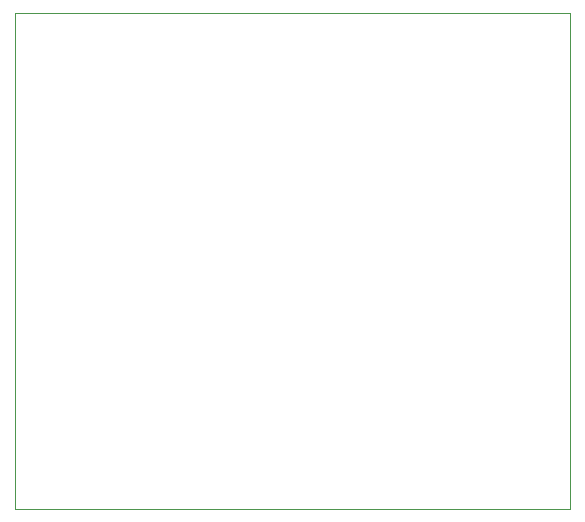
<source format=gm1>
G04 #@! TF.GenerationSoftware,KiCad,Pcbnew,(6.0.6)*
G04 #@! TF.CreationDate,2024-05-02T18:48:27+02:00*
G04 #@! TF.ProjectId,digital-isolator-6t2r,64696769-7461-46c2-9d69-736f6c61746f,rev?*
G04 #@! TF.SameCoordinates,Original*
G04 #@! TF.FileFunction,Profile,NP*
%FSLAX46Y46*%
G04 Gerber Fmt 4.6, Leading zero omitted, Abs format (unit mm)*
G04 Created by KiCad (PCBNEW (6.0.6)) date 2024-05-02 18:48:27*
%MOMM*%
%LPD*%
G01*
G04 APERTURE LIST*
G04 #@! TA.AperFunction,Profile*
%ADD10C,0.100000*%
G04 #@! TD*
G04 APERTURE END LIST*
D10*
X75725000Y-31700000D02*
X122775000Y-31700000D01*
X122775000Y-31700000D02*
X122775000Y-73700000D01*
X122775000Y-73700000D02*
X75725000Y-73700000D01*
X75725000Y-73700000D02*
X75725000Y-31700000D01*
M02*

</source>
